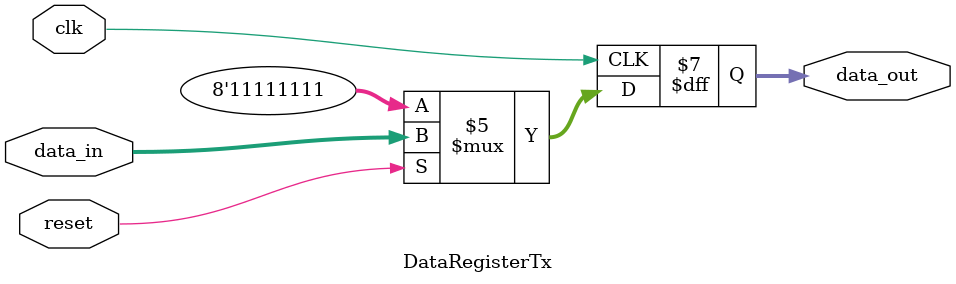
<source format=v>
/* Transmitter */
/* Data Register Module */

/* This module stores the trasmitting data
which comprises 7 bits that are necessary
to be handled: 7 data bits. The shift register
can load the data from this module to shift to
the tx output */

module DataRegisterTx
(
	clk,
	reset,
	data_in,
	data_out
);

input					clk;
input 				reset;
input 	[7:0] 	data_in;

output	[7:0]		data_out;

reg		[7:0] 	data_out;


initial
begin
	data_out = 8'b1_1111111;
end

always @(posedge clk)
begin
	if(!reset)
		data_out <= 8'b1_1111111;
		
	else
		data_out <= data_in;
end
endmodule
</source>
